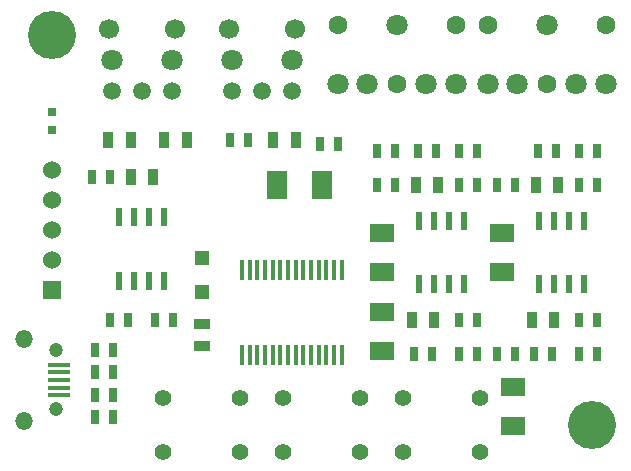
<source format=gts>
G04 (created by PCBNEW (2013-05-16 BZR 4016)-stable) date 11/18/2013 1:12:52 AM*
%MOIN*%
G04 Gerber Fmt 3.4, Leading zero omitted, Abs format*
%FSLAX34Y34*%
G01*
G70*
G90*
G04 APERTURE LIST*
%ADD10C,0.00590551*%
%ADD11C,0.0551*%
%ADD12R,0.06X0.06*%
%ADD13C,0.06*%
%ADD14C,0.0709*%
%ADD15C,0.063*%
%ADD16R,0.025X0.045*%
%ADD17R,0.035X0.055*%
%ADD18C,0.0669291*%
%ADD19C,0.0708661*%
%ADD20C,0.0590551*%
%ADD21R,0.0708661X0.0944882*%
%ADD22C,0.16*%
%ADD23R,0.08X0.06*%
%ADD24R,0.055X0.035*%
%ADD25R,0.015748X0.0669291*%
%ADD26R,0.0216535X0.0590551*%
%ADD27R,0.0472441X0.0472441*%
%ADD28R,0.0314X0.0314*%
%ADD29O,0.0590551X0.0590551*%
%ADD30C,0.0472441*%
%ADD31R,0.0728346X0.015748*%
G04 APERTURE END LIST*
G54D10*
G54D11*
X58220Y-50386D03*
X58220Y-48614D03*
X60780Y-50386D03*
X60780Y-48614D03*
X54220Y-50386D03*
X54220Y-48614D03*
X56780Y-50386D03*
X56780Y-48614D03*
X50220Y-50386D03*
X50220Y-48614D03*
X52780Y-50386D03*
X52780Y-48614D03*
G54D12*
X46500Y-45000D03*
G54D13*
X46500Y-44000D03*
X46500Y-43000D03*
X46500Y-42000D03*
X46500Y-41000D03*
G54D14*
X58000Y-36181D03*
X56031Y-38150D03*
X57016Y-38150D03*
X58984Y-38150D03*
X59969Y-38150D03*
G54D15*
X58000Y-38150D03*
X56031Y-36181D03*
X59969Y-36181D03*
G54D14*
X63000Y-36181D03*
X61031Y-38150D03*
X62016Y-38150D03*
X63984Y-38150D03*
X64969Y-38150D03*
G54D15*
X63000Y-38150D03*
X61031Y-36181D03*
X64969Y-36181D03*
G54D16*
X57925Y-40375D03*
X57325Y-40375D03*
X47950Y-47750D03*
X48550Y-47750D03*
X61925Y-47125D03*
X61325Y-47125D03*
X61925Y-41500D03*
X61325Y-41500D03*
X47950Y-49250D03*
X48550Y-49250D03*
X48425Y-41250D03*
X47825Y-41250D03*
X47950Y-48500D03*
X48550Y-48500D03*
X47950Y-47000D03*
X48550Y-47000D03*
X57925Y-41500D03*
X57325Y-41500D03*
G54D17*
X54625Y-40000D03*
X53875Y-40000D03*
X49125Y-40000D03*
X48375Y-40000D03*
X59250Y-46000D03*
X58500Y-46000D03*
X59375Y-41500D03*
X58625Y-41500D03*
X63375Y-41500D03*
X62625Y-41500D03*
X63250Y-46000D03*
X62500Y-46000D03*
G54D16*
X52450Y-40000D03*
X53050Y-40000D03*
G54D18*
X52397Y-36314D03*
X54602Y-36314D03*
G54D19*
X52500Y-37342D03*
X54500Y-37342D03*
G54D20*
X52500Y-38377D03*
X54500Y-38377D03*
X53500Y-38377D03*
G54D18*
X48397Y-36314D03*
X50602Y-36314D03*
G54D19*
X48500Y-37342D03*
X50500Y-37342D03*
G54D20*
X48500Y-38377D03*
X50500Y-38377D03*
X49500Y-38377D03*
G54D21*
X54001Y-41500D03*
X55498Y-41500D03*
G54D22*
X46500Y-36500D03*
X64500Y-49500D03*
G54D23*
X57500Y-45725D03*
X57500Y-47025D03*
X61500Y-44400D03*
X61500Y-43100D03*
X61875Y-49525D03*
X61875Y-48225D03*
G54D16*
X60675Y-40375D03*
X60075Y-40375D03*
X60675Y-47125D03*
X60075Y-47125D03*
X60675Y-41500D03*
X60075Y-41500D03*
X60675Y-46000D03*
X60075Y-46000D03*
X64675Y-47125D03*
X64075Y-47125D03*
X59175Y-47125D03*
X58575Y-47125D03*
X59300Y-40375D03*
X58700Y-40375D03*
X63300Y-40375D03*
X62700Y-40375D03*
X63175Y-47125D03*
X62575Y-47125D03*
X64675Y-40375D03*
X64075Y-40375D03*
X64675Y-41500D03*
X64075Y-41500D03*
X64675Y-46000D03*
X64075Y-46000D03*
X50550Y-46000D03*
X49950Y-46000D03*
X49050Y-46000D03*
X48450Y-46000D03*
X55450Y-40125D03*
X56050Y-40125D03*
G54D17*
X49125Y-41250D03*
X49875Y-41250D03*
G54D24*
X51500Y-46875D03*
X51500Y-46125D03*
G54D25*
X52836Y-47167D03*
X53092Y-47167D03*
X53348Y-47167D03*
X53604Y-47167D03*
X53860Y-47167D03*
X54116Y-47167D03*
X54372Y-47167D03*
X54627Y-47167D03*
X54883Y-47167D03*
X55139Y-47167D03*
X55395Y-47167D03*
X55651Y-47167D03*
X55907Y-47167D03*
X56163Y-47167D03*
X56163Y-44332D03*
X55907Y-44332D03*
X55651Y-44332D03*
X55395Y-44332D03*
X55139Y-44332D03*
X54883Y-44332D03*
X54627Y-44332D03*
X54372Y-44332D03*
X54116Y-44332D03*
X53860Y-44332D03*
X53604Y-44332D03*
X53348Y-44332D03*
X53092Y-44332D03*
X52836Y-44332D03*
G54D26*
X48750Y-42562D03*
X49250Y-42562D03*
X49750Y-42562D03*
X50250Y-42562D03*
X50250Y-44687D03*
X49750Y-44687D03*
X49250Y-44687D03*
X48750Y-44687D03*
X62750Y-42687D03*
X63250Y-42687D03*
X63750Y-42687D03*
X64250Y-42687D03*
X64250Y-44812D03*
X63750Y-44812D03*
X63250Y-44812D03*
X62750Y-44812D03*
X58750Y-42687D03*
X59250Y-42687D03*
X59750Y-42687D03*
X60250Y-42687D03*
X60250Y-44812D03*
X59750Y-44812D03*
X59250Y-44812D03*
X58750Y-44812D03*
G54D27*
X51500Y-43929D03*
X51500Y-45070D03*
G54D17*
X50250Y-40000D03*
X51000Y-40000D03*
G54D28*
X46500Y-39670D03*
X46500Y-39080D03*
G54D23*
X57500Y-44400D03*
X57500Y-43100D03*
G54D29*
X45570Y-46622D03*
X45570Y-49377D03*
G54D30*
X46633Y-47015D03*
X46633Y-48984D03*
G54D31*
X46732Y-48000D03*
X46732Y-47744D03*
X46732Y-47488D03*
X46732Y-48255D03*
X46732Y-48511D03*
M02*

</source>
